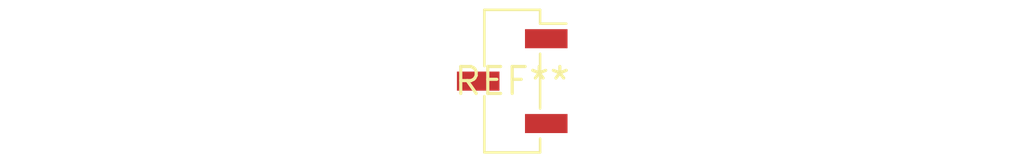
<source format=kicad_pcb>
(kicad_pcb (version 20240108) (generator pcbnew)
  (layers (0 "F.Cu" signal) (31 "B.Cu" signal) (34 "B.Paste" user) (35 "F.Paste" user) (36 "B.SilkS" user "B.Silkscreen") (37 "F.SilkS" user "F.Silkscreen") (38 "B.Mask" user) (39 "F.Mask" user) (44 "Edge.Cuts" user))
  (net 0 "")
  (footprint "PinSocket_1x03_P2.00mm_Vertical_SMD_Pin1Right" (layer "F.Cu") (at 0 0)
    (property "Reference" "REF**")
    (property "Value" "PinSocket_1x03_P2.00mm_Vertical_SMD_Pin1Right")
    (fp_line (start -1.31 -3.36) (end -1.31 -0.71) (layer "F.SilkS") (stroke (width 0.12)))
    (fp_line (start -1.31 -3.36) (end 1.31 -3.36) (layer "F.SilkS") (stroke (width 0.12)))
    (fp_line (start -1.31 0.71) (end -1.31 3.36) (layer "F.SilkS") (stroke (width 0.12)))
    (fp_line (start -1.31 3.36) (end 1.31 3.36) (layer "F.SilkS") (stroke (width 0.12)))
    (fp_line (start 1.31 -3.36) (end 1.31 -2.71) (layer "F.SilkS") (stroke (width 0.12)))
    (fp_line (start 1.31 -2.71) (end 2.54 -2.71) (layer "F.SilkS") (stroke (width 0.12)))
    (fp_line (start 1.31 -1.29) (end 1.31 1.29) (layer "F.SilkS") (stroke (width 0.12)))
    (fp_line (start 1.31 2.71) (end 1.31 3.36) (layer "F.SilkS") (stroke (width 0.12)))
    (pad "1" smd rect (at 1.6 -2) (size 2 0.9) (layers "F.Cu" "F.Paste" "F.Mask"))
    (pad "2" smd rect (at -1.6 0) (size 2 0.9) (layers "F.Cu" "F.Paste" "F.Mask"))
    (pad "3" smd rect (at 1.6 2) (size 2 0.9) (layers "F.Cu" "F.Paste" "F.Mask"))
  )
)
</source>
